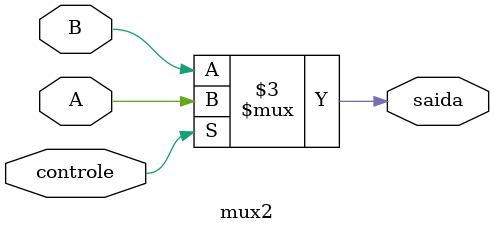
<source format=v>
module mux2(
	input controle,
	input A,B,
	output  reg saida

);
	
	
	
always@(*)begin

	if(controle)
		saida = A;
    else 
		saida = B;

 end



endmodule

</source>
